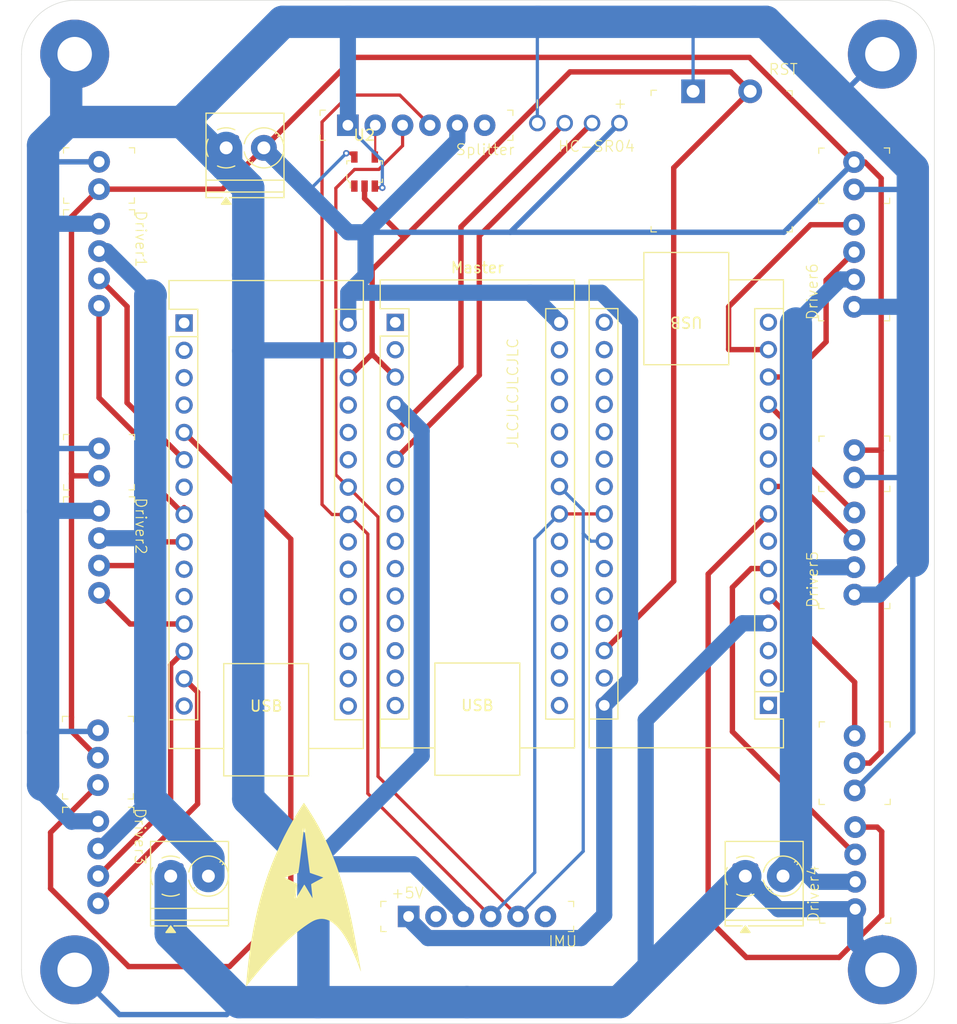
<source format=kicad_pcb>
(kicad_pcb (version 20241229) (generator "pcbnew") (generator_version "9.0")
  (title_block (title "Star Trekker Main Board") (date "2025-04-13") (rev "v1.0") (company "EPFL Xplore"))
  (layers (0 "F.Cu" signal) (2 "B.Cu" signal) (13 "F.Paste" user) (15 "B.Paste" user) (5 "F.SilkS" user "F.Silkscreen") (7 "B.SilkS" user "B.Silkscreen") (1 "F.Mask" user) (3 "B.Mask" user) (25 "Edge.Cuts" user))
  (net 0 "")
  (net 1 "SDA")
  (net 2 "+5V")
  (net 3 "reset")
  (net 4 "GND")
  (net 5 "SCL")
  (net 6 "n1D2")
  (net 7 "n2D2")
  (net 8 "+12V")
  (net 11 "Net-(U2-Y)")
  (net 13 "+12.1V")
  (net 14 "Net-(Slave2-D11)")
  (net 15 "Net-(Slave2-D10)")
  (net 16 "Net-(Slave2-D6)")
  (net 17 "Net-(Slave2-D9)")
  (net 18 "Net-(Slave2-D3)")
  (net 19 "Net-(Slave2-D5)")
  (net 23 "Net-(Master1-D2)")
  (net 24 "Net-(Master1-D3)")
  (net 49 "Net-(Slave1-D3)")
  (net 50 "Net-(Slave1-D5)")
  (net 51 "Net-(Slave1-D6)")
  (net 52 "Net-(Slave1-D9)")
  (net 53 "Net-(Slave1-D11)")
  (net 54 "Net-(Slave1-D10)")
  (footprint "digikey-footprints:my_6pin_2_frown" (layer "F.Cu") (at 148.72 118.345)
    (property "Reference" "J3" (hide yes))
    (property "Value" "BNO-055 Module")
    (pad "1" thru_hole rect (at -6.28 1.2) (size 2 2) (drill 1) (layers "*.Cu" "*.Mask") (net 2 "+5V"))
    (pad "2" thru_hole circle (at -3.74 1.2) (size 2 2) (drill 1) (layers "*.Cu" "*.Mask"))
    (pad "3" thru_hole circle (at -1.2 1.2) (size 2 2) (drill 1) (layers "*.Cu" "*.Mask") (net 4 "GND"))
    (pad "4" thru_hole circle (at 1.34 1.2) (size 2 2) (drill 1) (layers "*.Cu" "*.Mask") (net 1 "SDA"))
    (pad "5" thru_hole circle (at 3.88 1.2) (size 2 2) (drill 1) (layers "*.Cu" "*.Mask") (net 5 "SCL"))
    (pad "6" thru_hole circle (at 6.42 1.2) (size 2 2) (drill 1) (layers "*.Cu" "*.Mask"))
  )
  (footprint "digikey-footprints:PinHeader_1x4_P2.54mm_Drill1.02mm" (layer "F.Cu") (at 183.9 118.87 90)
    (property "Reference" "J15" (hide yes))
    (property "Value" "DRV8871 Driver")
    (pad "1" thru_hole circle (at 0 0 90) (size 2.02 2.02) (drill 1.02) (layers "*.Cu" "*.Mask") (net 4 "GND"))
    (pad "2" thru_hole circle (at 2.54 0 90) (size 2.02 2.02) (drill 1.02) (layers "*.Cu" "*.Mask") (net 8 "+12V"))
    (pad "3" thru_hole circle (at 5.08 0 90) (size 2.02 2.02) (drill 1.02) (layers "*.Cu" "*.Mask") (net 18 "Net-(Slave2-D3)"))
    (pad "4" thru_hole circle (at 7.62 0 90) (size 2.02 2.02) (drill 1.02) (layers "*.Cu" "*.Mask") (net 19 "Net-(Slave2-D5)"))
  )
  (footprint "digikey-footprints:PinHeader_1x2_P2.54mm_Drill1.02mm" (layer "F.Cu") (at 183.82 78.8 90)
    (property "Reference" "J19" (hide yes))
    (property "Value" "22-23-2021")
    (pad "1" thru_hole circle (at 0 0 90) (size 2.02 2.02) (drill 1.02) (layers "*.Cu" "*.Mask") (net 4 "GND"))
    (pad "2" thru_hole circle (at 2.54 0 90) (size 2.02 2.02) (drill 1.02) (layers "*.Cu" "*.Mask") (net 2 "+5V"))
  )
  (footprint "digikey-footprints:PushButton_12x12mm_THT_GPTS203211B" (layer "F.Cu") (at 168.85 42.95)
    (property "Reference" "S2" (hide yes))
    (property "Value" "GPTS203211B")
    (pad "1" thru_hole rect (at 0 0) (size 2.2 2.2) (drill 1.2) (layers "*.Cu" "*.Mask") (net 4 "GND"))
    (pad "2" thru_hole circle (at 5.3 0) (size 2.2 2.2) (drill 1.2) (layers "*.Cu" "*.Mask") (net 3 "reset"))
  )
  (footprint "digikey-footprints:SOT-753" (layer "F.Cu") (at 138.35 50.4)
    (property "Reference" "U2" (at -0.025 -3.375 0) (layer "F.SilkS"))
    (property "Value" "SN74LVC1G04DBVR")
    (pad "1" smd rect (at -0.95 1.35) (size 0.6 1.05) (layers "F.Cu" "F.Mask" "F.Paste"))
    (pad "2" smd rect (at 0 1.35) (size 0.6 1.05) (layers "F.Cu" "F.Mask" "F.Paste") (net 3 "reset"))
    (pad "3" smd rect (at 0.95 1.35) (size 0.6 1.05) (layers "F.Cu" "F.Mask" "F.Paste") (net 4 "GND"))
    (pad "4" smd rect (at 0.95 -1.35) (size 0.6 1.05) (layers "F.Cu" "F.Mask" "F.Paste") (net 11 "Net-(U2-Y)"))
    (pad "5" smd rect (at -0.95 -1.35) (size 0.6 1.05) (layers "F.Cu" "F.Mask" "F.Paste") (net 2 "+5V"))
  )
  (footprint "digikey-footprints:PinHeader_1x2_P2.54mm_Drill1.02mm" (layer "F.Cu") (at 113.7 76.105 -90)
    (property "Reference" "J2" (hide yes))
    (property "Value" "22-23-2021")
    (pad "1" thru_hole circle (at 0 0 270) (size 2.02 2.02) (drill 1.02) (layers "*.Cu" "*.Mask") (net 4 "GND"))
    (pad "2" thru_hole circle (at 2.54 0 270) (size 2.02 2.02) (drill 1.02) (layers "*.Cu" "*.Mask") (net 2 "+5V"))
  )
  (footprint "TerminalBlock_Phoenix:TerminalBlock_Phoenix_PT-1,5-2-3.5-H_1x02_P3.50mm_Horizontal" (layer "F.Cu") (at 173.7 115.8)
    (property "Reference" "J11" (hide yes))
    (property "Value" "12V in")
    (pad "1" thru_hole roundrect (at 0 0) (size 2.4 2.4) (drill 1.2) (layers "*.Cu" "*.Mask") (roundrect_rratio 0.104167) (net 4 "GND"))
    (pad "2" thru_hole circle (at 3.5 0) (size 2.4 2.4) (drill 1.2) (layers "*.Cu" "*.Mask") (net 8 "+12V"))
  )
  (footprint "digikey-footprints:PinHeader_1x4_P2.54mm_Drill1.02mm" (layer "F.Cu") (at 183.82 89.67 90)
    (property "Reference" "J16" (hide yes))
    (property "Value" "DRV8871 Driver")
    (pad "1" thru_hole circle (at 0 0 90) (size 2.02 2.02) (drill 1.02) (layers "*.Cu" "*.Mask") (net 4 "GND"))
    (pad "2" thru_hole circle (at 2.54 0 90) (size 2.02 2.02) (drill 1.02) (layers "*.Cu" "*.Mask") (net 8 "+12V"))
    (pad "3" thru_hole circle (at 5.08 0 90) (size 2.02 2.02) (drill 1.02) (layers "*.Cu" "*.Mask") (net 16 "Net-(Slave2-D6)"))
    (pad "4" thru_hole circle (at 7.62 0 90) (size 2.02 2.02) (drill 1.02) (layers "*.Cu" "*.Mask") (net 17 "Net-(Slave2-D9)"))
  )
  (footprint "digikey-footprints:PinHeader_1x2_P2.54mm_Drill1.02mm" (layer "F.Cu") (at 113.7 49.495 -90)
    (property "Reference" "J10" (hide yes))
    (property "Value" "22-23-2021")
    (pad "1" thru_hole circle (at 0 0 270) (size 2.02 2.02) (drill 1.02) (layers "*.Cu" "*.Mask") (net 4 "GND"))
    (pad "2" thru_hole circle (at 2.54 0 270) (size 2.02 2.02) (drill 1.02) (layers "*.Cu" "*.Mask") (net 2 "+5V"))
  )
  (footprint "digikey-footprints:PinHeader_1x4_P2.54mm_Drill1.02mm" (layer "F.Cu") (at 183.8 62.955 90)
    (property "Reference" "J17" (hide yes))
    (property "Value" "DRV8871 Driver")
    (pad "1" thru_hole circle (at 0 0 90) (size 2.02 2.02) (drill 1.02) (layers "*.Cu" "*.Mask") (net 4 "GND"))
    (pad "2" thru_hole circle (at 2.54 0 90) (size 2.02 2.02) (drill 1.02) (layers "*.Cu" "*.Mask") (net 8 "+12V"))
    (pad "3" thru_hole circle (at 5.08 0 90) (size 2.02 2.02) (drill 1.02) (layers "*.Cu" "*.Mask") (net 15 "Net-(Slave2-D10)"))
    (pad "4" thru_hole circle (at 7.62 0 90) (size 2.02 2.02) (drill 1.02) (layers "*.Cu" "*.Mask") (net 14 "Net-(Slave2-D11)"))
  )
  (footprint "MountingHole:MountingHole_3.2mm_M3_Pad" (layer "F.Cu") (at 186.42325 124.5)
    (property "Reference" "H2" (hide yes))
    (property "Value" "MountingHole_Pad")
    (pad "1" thru_hole circle (at 0 0) (size 6.4 6.4) (drill 3.2) (layers "*.Cu" "*.Mask") (net 4 "GND"))
  )
  (footprint "digikey-footprints:PinHeader_1x4_P2.54mm_Drill1.02mm" (layer "F.Cu") (at 113.62 110.71 -90)
    (property "Reference" "J14" (hide yes))
    (property "Value" "DRV8871 Driver")
    (pad "1" thru_hole circle (at 0 0 270) (size 2.02 2.02) (drill 1.02) (layers "*.Cu" "*.Mask") (net 4 "GND"))
    (pad "2" thru_hole circle (at 2.54 0 270) (size 2.02 2.02) (drill 1.02) (layers "*.Cu" "*.Mask") (net 13 "+12.1V"))
    (pad "3" thru_hole circle (at 5.08 0 270) (size 2.02 2.02) (drill 1.02) (layers "*.Cu" "*.Mask") (net 54 "Net-(Slave1-D10)"))
    (pad "4" thru_hole circle (at 7.62 0 270) (size 2.02 2.02) (drill 1.02) (layers "*.Cu" "*.Mask") (net 53 "Net-(Slave1-D11)"))
  )
  (footprint "digikey-footprints:PinHeader_1x2_P2.54mm_Drill1.02mm" (layer "F.Cu") (at 183.8 52.06 90)
    (property "Reference" "J20" (hide yes))
    (property "Value" "22-23-2021")
    (pad "1" thru_hole circle (at 0 0 90) (size 2.02 2.02) (drill 1.02) (layers "*.Cu" "*.Mask") (net 4 "GND"))
    (pad "2" thru_hole circle (at 2.54 0 90) (size 2.02 2.02) (drill 1.02) (layers "*.Cu" "*.Mask") (net 2 "+5V"))
  )
  (footprint "TerminalBlock_Phoenix:TerminalBlock_Phoenix_PT-1,5-2-3.5-H_1x02_P3.50mm_Horizontal" (layer "F.Cu") (at 120.35 115.8)
    (property "Reference" "J1" (hide yes))
    (property "Value" "12.1V in")
    (pad "1" thru_hole roundrect (at 0 0) (size 2.4 2.4) (drill 1.2) (layers "*.Cu" "*.Mask") (roundrect_rratio 0.104167) (net 4 "GND"))
    (pad "2" thru_hole circle (at 3.5 0) (size 2.4 2.4) (drill 1.2) (layers "*.Cu" "*.Mask") (net 13 "+12.1V"))
  )
  (footprint "Library:star_trekker_logo" (layer "F.Cu") (at 132.65 117.55)
    (property "Reference" "G***" (hide yes))
    (property "Value" "LOGO" (hide yes))
  )
  (footprint "Library:PinHeader_1x3_P2.54mm_Drill1.02mm_1" (layer "F.Cu") (at 183.85 107.85 90)
    (property "Reference" "J22" (hide yes))
    (property "Value" "5pin_2.54mm")
    (pad "1" thru_hole circle (at 0 0 90) (size 2.02 2.02) (drill 1.02) (layers "*.Cu" "*.Mask") (net 4 "GND"))
    (pad "2" thru_hole circle (at 2.54 0 90) (size 2.02 2.02) (drill 1.02) (layers "*.Cu" "*.Mask") (net 2 "+5V"))
    (pad "3" thru_hole circle (at 5.08 0 90) (size 2.02 2.02) (drill 1.02) (layers "*.Cu" "*.Mask") (net 7 "n2D2"))
  )
  (footprint "TerminalBlock_Phoenix:TerminalBlock_Phoenix_PT-1,5-2-3.5-H_1x02_P3.50mm_Horizontal" (layer "F.Cu") (at 125.5 48.2)
    (property "Reference" "J18" (hide yes))
    (property "Value" "5V in")
    (pad "1" thru_hole roundrect (at 0 0) (size 2.4 2.4) (drill 1.2) (layers "*.Cu" "*.Mask") (roundrect_rratio 0.104167) (net 4 "GND"))
    (pad "2" thru_hole circle (at 3.5 0) (size 2.4 2.4) (drill 1.2) (layers "*.Cu" "*.Mask") (net 2 "+5V"))
  )
  (footprint "digikey-footprints:PinHeader_1x4_P2.54mm_Drill1.02mm" (layer "F.Cu") (at 113.7 55.245 -90)
    (property "Reference" "J12" (hide yes))
    (property "Value" "DRV8871 Driver")
    (pad "1" thru_hole circle (at 0 0 270) (size 2.02 2.02) (drill 1.02) (layers "*.Cu" "*.Mask") (net 4 "GND"))
    (pad "2" thru_hole circle (at 2.54 0 270) (size 2.02 2.02) (drill 1.02) (layers "*.Cu" "*.Mask") (net 13 "+12.1V"))
    (pad "3" thru_hole circle (at 5.08 0 270) (size 2.02 2.02) (drill 1.02) (layers "*.Cu" "*.Mask") (net 49 "Net-(Slave1-D3)"))
    (pad "4" thru_hole circle (at 7.62 0 270) (size 2.02 2.02) (drill 1.02) (layers "*.Cu" "*.Mask") (net 50 "Net-(Slave1-D5)"))
  )
  (footprint "Library:HC_SR-04_only_pins" (layer "F.Cu") (at 158.2 45.9 180)
    (property "Reference" "U1" (hide yes))
    (property "Value" "HC-SR04" (hide yes))
    (pad "1" thru_hole circle (at -3.81 0 180) (size 1.53 1.53) (drill 1.02) (layers "*.Cu" "*.Mask") (net 2 "+5V"))
    (pad "2" thru_hole circle (at -1.27 0 180) (size 1.53 1.53) (drill 1.02) (layers "*.Cu" "*.Mask") (net 24 "Net-(Master1-D3)"))
    (pad "3" thru_hole circle (at 1.27 0 180) (size 1.53 1.53) (drill 1.02) (layers "*.Cu" "*.Mask") (net 23 "Net-(Master1-D2)"))
    (pad "4" thru_hole circle (at 3.81 0 180) (size 1.53 1.53) (drill 1.02) (layers "*.Cu" "*.Mask") (net 4 "GND"))
  )
  (footprint "digikey-footprints:my_6pin_2_frown" (layer "F.Cu") (at 143.08 44.9)
    (property "Reference" "J5" (hide yes))
    (property "Value" "PWM splitter")
    (pad "1" thru_hole rect (at -6.28 1.2) (size 2 2) (drill 1) (layers "*.Cu" "*.Mask") (net 4 "GND"))
    (pad "2" thru_hole circle (at -3.74 1.2) (size 2 2) (drill 1) (layers "*.Cu" "*.Mask") (net 11 "Net-(U2-Y)"))
    (pad "3" thru_hole circle (at -1.2 1.2) (size 2 2) (drill 1) (layers "*.Cu" "*.Mask") (net 5 "SCL"))
    (pad "4" thru_hole circle (at 1.34 1.2) (size 2 2) (drill 1) (layers "*.Cu" "*.Mask") (net 1 "SDA"))
    (pad "5" thru_hole circle (at 3.88 1.2) (size 2 2) (drill 1) (layers "*.Cu" "*.Mask") (net 2 "+5V"))
    (pad "6" thru_hole circle (at 6.42 1.2) (size 2 2) (drill 1) (layers "*.Cu" "*.Mask"))
  )
  (footprint "MountingHole:MountingHole_3.2mm_M3_Pad" (layer "F.Cu") (at 111.43675 124.5)
    (property "Reference" "H1" (hide yes))
    (property "Value" "MountingHole_Pad")
    (pad "1" thru_hole circle (at 0 0) (size 6.4 6.4) (drill 3.2) (layers "*.Cu" "*.Mask") (net 4 "GND"))
  )
  (footprint "Module:Arduino_Nano" (layer "F.Cu") (at 175.84 99.95 180)
    (property "Reference" "Slave2" (hide yes))
    (property "Value" "Arduino_Nano_v3.x")
    (fp_text user "USB" (at 7.62 35.56 180) (layer "F.SilkS"))
    (pad "1" thru_hole rect (at 0 0 180) (size 1.6 1.6) (drill 1) (layers "*.Cu" "*.Mask"))
    (pad "2" thru_hole oval (at 0 2.54 180) (size 1.6 1.6) (drill 1) (layers "*.Cu" "*.Mask"))
    (pad "3" thru_hole oval (at 0 5.08 180) (size 1.6 1.6) (drill 1) (layers "*.Cu" "*.Mask"))
    (pad "4" thru_hole oval (at 0 7.62 180) (size 1.6 1.6) (drill 1) (layers "*.Cu" "*.Mask") (net 4 "GND"))
    (pad "5" thru_hole oval (at 0 10.16 180) (size 1.6 1.6) (drill 1) (layers "*.Cu" "*.Mask") (net 7 "n2D2"))
    (pad "6" thru_hole oval (at 0 12.7 180) (size 1.6 1.6) (drill 1) (layers "*.Cu" "*.Mask") (net 18 "Net-(Slave2-D3)"))
    (pad "7" thru_hole oval (at 0 15.24 180) (size 1.6 1.6) (drill 1) (layers "*.Cu" "*.Mask"))
    (pad "8" thru_hole oval (at 0 17.78 180) (size 1.6 1.6) (drill 1) (layers "*.Cu" "*.Mask") (net 19 "Net-(Slave2-D5)"))
    (pad "9" thru_hole oval (at 0 20.32 180) (size 1.6 1.6) (drill 1) (layers "*.Cu" "*.Mask") (net 16 "Net-(Slave2-D6)"))
    (pad "10" thru_hole oval (at 0 22.86 180) (size 1.6 1.6) (drill 1) (layers "*.Cu" "*.Mask"))
    (pad "11" thru_hole oval (at 0 25.4 180) (size 1.6 1.6) (drill 1) (layers "*.Cu" "*.Mask"))
    (pad "12" thru_hole oval (at 0 27.94 180) (size 1.6 1.6) (drill 1) (layers "*.Cu" "*.Mask") (net 17 "Net-(Slave2-D9)"))
    (pad "13" thru_hole oval (at 0 30.48 180) (size 1.6 1.6) (drill 1) (layers "*.Cu" "*.Mask") (net 15 "Net-(Slave2-D10)"))
    (pad "14" thru_hole oval (at 0 33.02 180) (size 1.6 1.6) (drill 1) (layers "*.Cu" "*.Mask") (net 14 "Net-(Slave2-D11)"))
    (pad "15" thru_hole oval (at 0 35.56 180) (size 1.6 1.6) (drill 1) (layers "*.Cu" "*.Mask"))
    (pad "16" thru_hole oval (at 15.24 35.56 180) (size 1.6 1.6) (drill 1) (layers "*.Cu" "*.Mask"))
    (pad "17" thru_hole oval (at 15.24 33.02 180) (size 1.6 1.6) (drill 1) (layers "*.Cu" "*.Mask"))
    (pad "18" thru_hole oval (at 15.24 30.48 180) (size 1.6 1.6) (drill 1) (layers "*.Cu" "*.Mask"))
    (pad "19" thru_hole oval (at 15.24 27.94 180) (size 1.6 1.6) (drill 1) (layers "*.Cu" "*.Mask"))
    (pad "20" thru_hole oval (at 15.24 25.4 180) (size 1.6 1.6) (drill 1) (layers "*.Cu" "*.Mask"))
    (pad "21" thru_hole oval (at 15.24 22.86 180) (size 1.6 1.6) (drill 1) (layers "*.Cu" "*.Mask"))
    (pad "22" thru_hole oval (at 15.24 20.32 180) (size 1.6 1.6) (drill 1) (layers "*.Cu" "*.Mask"))
    (pad "23" thru_hole oval (at 15.24 17.78 180) (size 1.6 1.6) (drill 1) (layers "*.Cu" "*.Mask") (net 1 "SDA"))
    (pad "24" thru_hole oval (at 15.24 15.24 180) (size 1.6 1.6) (drill 1) (layers "*.Cu" "*.Mask") (net 5 "SCL"))
    (pad "25" thru_hole oval (at 15.24 12.7 180) (size 1.6 1.6) (drill 1) (layers "*.Cu" "*.Mask"))
    (pad "26" thru_hole oval (at 15.24 10.16 180) (size 1.6 1.6) (drill 1) (layers "*.Cu" "*.Mask"))
    (pad "27" thru_hole oval (at 15.24 7.62 180) (size 1.6 1.6) (drill 1) (layers "*.Cu" "*.Mask"))
    (pad "28" thru_hole oval (at 15.24 5.08 180) (size 1.6 1.6) (drill 1) (layers "*.Cu" "*.Mask") (net 3 "reset"))
    (pad "29" thru_hole oval (at 15.24 2.54 180) (size 1.6 1.6) (drill 1) (layers "*.Cu" "*.Mask"))
    (pad "30" thru_hole oval (at 15.24 0 180) (size 1.6 1.6) (drill 1) (layers "*.Cu" "*.Mask") (net 2 "+5V"))
  )
  (footprint "MountingHole:MountingHole_3.2mm_M3_Pad" (layer "F.Cu") (at 186.42325 39.5)
    (property "Reference" "H4" (hide yes))
    (property "Value" "MountingHole_Pad")
    (pad "1" thru_hole circle (at 0 0) (size 6.4 6.4) (drill 3.2) (layers "*.Cu" "*.Mask") (net 4 "GND"))
  )
  (footprint "Module:Arduino_Nano" (layer "F.Cu") (at 141.2 64.4)
    (property "Reference" "Master" (at 7.62 -5.08 0) (layer "F.SilkS"))
    (property "Value" "Arduino_Nano_v3.x")
    (fp_text user "USB" (at 7.62 35.56 0) (layer "F.SilkS"))
    (pad "1" thru_hole rect (at 0 0) (size 1.6 1.6) (drill 1) (layers "*.Cu" "*.Mask"))
    (pad "2" thru_hole oval (at 0 2.54) (size 1.6 1.6) (drill 1) (layers "*.Cu" "*.Mask"))
    (pad "3" thru_hole oval (at 0 5.08) (size 1.6 1.6) (drill 1) (layers "*.Cu" "*.Mask") (net 3 "reset"))
    (pad "4" thru_hole oval (at 0 7.62) (size 1.6 1.6) (drill 1) (layers "*.Cu" "*.Mask") (net 4 "GND"))
    (pad "5" thru_hole oval (at 0 10.16) (size 1.6 1.6) (drill 1) (layers "*.Cu" "*.Mask") (net 23 "Net-(Master1-D2)"))
    (pad "6" thru_hole oval (at 0 12.7) (size 1.6 1.6) (drill 1) (layers "*.Cu" "*.Mask") (net 24 "Net-(Master1-D3)"))
    (pad "7" thru_hole oval (at 0 15.24) (size 1.6 1.6) (drill 1) (layers "*.Cu" "*.Mask"))
    (pad "8" thru_hole oval (at 0 17.78) (size 1.6 1.6) (drill 1) (layers "*.Cu" "*.Mask"))
    (pad "9" thru_hole oval (at 0 20.32) (size 1.6 1.6) (drill 1) (layers "*.Cu" "*.Mask"))
    (pad "10" thru_hole oval (at 0 22.86) (size 1.6 1.6) (drill 1) (layers "*.Cu" "*.Mask"))
    (pad "11" thru_hole oval (at 0 25.4) (size 1.6 1.6) (drill 1) (layers "*.Cu" "*.Mask"))
    (pad "12" thru_hole oval (at 0 27.94) (size 1.6 1.6) (drill 1) (layers "*.Cu" "*.Mask"))
    (pad "13" thru_hole oval (at 0 30.48) (size 1.6 1.6) (drill 1) (layers "*.Cu" "*.Mask"))
    (pad "14" thru_hole oval (at 0 33.02) (size 1.6 1.6) (drill 1) (layers "*.Cu" "*.Mask"))
    (pad "15" thru_hole oval (at 0 35.56) (size 1.6 1.6) (drill 1) (layers "*.Cu" "*.Mask"))
    (pad "16" thru_hole oval (at 15.24 35.56) (size 1.6 1.6) (drill 1) (layers "*.Cu" "*.Mask"))
    (pad "17" thru_hole oval (at 15.24 33.02) (size 1.6 1.6) (drill 1) (layers "*.Cu" "*.Mask"))
    (pad "18" thru_hole oval (at 15.24 30.48) (size 1.6 1.6) (drill 1) (layers "*.Cu" "*.Mask"))
    (pad "19" thru_hole oval (at 15.24 27.94) (size 1.6 1.6) (drill 1) (layers "*.Cu" "*.Mask"))
    (pad "20" thru_hole oval (at 15.24 25.4) (size 1.6 1.6) (drill 1) (layers "*.Cu" "*.Mask"))
    (pad "21" thru_hole oval (at 15.24 22.86) (size 1.6 1.6) (drill 1) (layers "*.Cu" "*.Mask"))
    (pad "22" thru_hole oval (at 15.24 20.32) (size 1.6 1.6) (drill 1) (layers "*.Cu" "*.Mask"))
    (pad "23" thru_hole oval (at 15.24 17.78) (size 1.6 1.6) (drill 1) (layers "*.Cu" "*.Mask") (net 1 "SDA"))
    (pad "24" thru_hole oval (at 15.24 15.24) (size 1.6 1.6) (drill 1) (layers "*.Cu" "*.Mask") (net 5 "SCL"))
    (pad "25" thru_hole oval (at 15.24 12.7) (size 1.6 1.6) (drill 1) (layers "*.Cu" "*.Mask"))
    (pad "26" thru_hole oval (at 15.24 10.16) (size 1.6 1.6) (drill 1) (layers "*.Cu" "*.Mask"))
    (pad "27" thru_hole oval (at 15.24 7.62) (size 1.6 1.6) (drill 1) (layers "*.Cu" "*.Mask"))
    (pad "28" thru_hole oval (at 15.24 5.08) (size 1.6 1.6) (drill 1) (layers "*.Cu" "*.Mask"))
    (pad "29" thru_hole oval (at 15.24 2.54) (size 1.6 1.6) (drill 1) (layers "*.Cu" "*.Mask"))
    (pad "30" thru_hole oval (at 15.24 0) (size 1.6 1.6) (drill 1) (layers "*.Cu" "*.Mask") (net 2 "+5V"))
  )
  (footprint "Module:Arduino_Nano" (layer "F.Cu") (at 121.595 64.455)
    (property "Reference" "Slave1" (hide yes))
    (property "Value" "Arduino_Nano_v3.x")
    (fp_text user "USB" (at 7.62 35.56 0) (layer "F.SilkS"))
    (pad "1" thru_hole rect (at 0 0) (size 1.6 1.6) (drill 1) (layers "*.Cu" "*.Mask"))
    (pad "2" thru_hole oval (at 0 2.54) (size 1.6 1.6) (drill 1) (layers "*.Cu" "*.Mask"))
    (pad "3" thru_hole oval (at 0 5.08) (size 1.6 1.6) (drill 1) (layers "*.Cu" "*.Mask"))
    (pad "4" thru_hole oval (at 0 7.62) (size 1.6 1.6) (drill 1) (layers "*.Cu" "*.Mask"))
    (pad "5" thru_hole oval (at 0 10.16) (size 1.6 1.6) (drill 1) (layers "*.Cu" "*.Mask") (net 6 "n1D2"))
    (pad "6" thru_hole oval (at 0 12.7) (size 1.6 1.6) (drill 1) (layers "*.Cu" "*.Mask") (net 49 "Net-(Slave1-D3)"))
    (pad "7" thru_hole oval (at 0 15.24) (size 1.6 1.6) (drill 1) (layers "*.Cu" "*.Mask"))
    (pad "8" thru_hole oval (at 0 17.78) (size 1.6 1.6) (drill 1) (layers "*.Cu" "*.Mask") (net 50 "Net-(Slave1-D5)"))
    (pad "9" thru_hole oval (at 0 20.32) (size 1.6 1.6) (drill 1) (layers "*.Cu" "*.Mask") (net 51 "Net-(Slave1-D6)"))
    (pad "10" thru_hole oval (at 0 22.86) (size 1.6 1.6) (drill 1) (layers "*.Cu" "*.Mask"))
    (pad "11" thru_hole oval (at 0 25.4) (size 1.6 1.6) (drill 1) (layers "*.Cu" "*.Mask"))
    (pad "12" thru_hole oval (at 0 27.94) (size 1.6 1.6) (drill 1) (layers "*.Cu" "*.Mask") (net 52 "Net-(Slave1-D9)"))
    (pad "13" thru_hole oval (at 0 30.48) (size 1.6 1.6) (drill 1) (layers "*.Cu" "*.Mask") (net 54 "Net-(Slave1-D10)"))
    (pad "14" thru_hole oval (at 0 33.02) (size 1.6 1.6) (drill 1) (layers "*.Cu" "*.Mask") (net 53 "Net-(Slave1-D11)"))
    (pad "15" thru_hole oval (at 0 35.56) (size 1.6 1.6) (drill 1) (layers "*.Cu" "*.Mask"))
    (pad "16" thru_hole oval (at 15.24 35.56) (size 1.6 1.6) (drill 1) (layers "*.Cu" "*.Mask"))
    (pad "17" thru_hole oval (at 15.24 33.02) (size 1.6 1.6) (drill 1) (layers "*.Cu" "*.Mask"))
    (pad "18" thru_hole oval (at 15.24 30.48) (size 1.6 1.6) (drill 1) (layers "*.Cu" "*.Mask"))
    (pad "19" thru_hole oval (at 15.24 27.94) (size 1.6 1.6) (drill 1) (layers "*.Cu" "*.Mask"))
    (pad "20" thru_hole oval (at 15.24 25.4) (size 1.6 1.6) (drill 1) (layers "*.Cu" "*.Mask"))
    (pad "21" thru_hole oval (at 15.24 22.86) (size 1.6 1.6) (drill 1) (layers "*.Cu" "*.Mask"))
    (pad "22" thru_hole oval (at 15.24 20.32) (size 1.6 1.6) (drill 1) (layers "*.Cu" "*.Mask"))
    (pad "23" thru_hole oval (at 15.24 17.78) (size 1.6 1.6) (drill 1) (layers "*.Cu" "*.Mask") (net 1 "SDA"))
    (pad "24" thru_hole oval (at 15.24 15.24) (size 1.6 1.6) (drill 1) (layers "*.Cu" "*.Mask") (net 5 "SCL"))
    (pad "25" thru_hole oval (at 15.24 12.7) (size 1.6 1.6) (drill 1) (layers "*.Cu" "*.Mask"))
    (pad "26" thru_hole oval (at 15.24 10.16) (size 1.6 1.6) (drill 1) (layers "*.Cu" "*.Mask"))
    (pad "27" thru_hole oval (at 15.24 7.62) (size 1.6 1.6) (drill 1) (layers "*.Cu" "*.Mask"))
    (pad "28" thru_hole oval (at 15.24 5.08) (size 1.6 1.6) (drill 1) (layers "*.Cu" "*.Mask") (net 3 "reset"))
    (pad "29" thru_hole oval (at 15.24 2.54) (size 1.6 1.6) (drill 1) (layers "*.Cu" "*.Mask") (net 4 "GND"))
    (pad "30" thru_hole oval (at 15.24 0) (size 1.6 1.6) (drill 1) (layers "*.Cu" "*.Mask") (net 2 "+5V"))
  )
  (footprint "digikey-footprints:PinHeader_1x4_P2.54mm_Drill1.02mm" (layer "F.Cu") (at 113.7 81.895 -90)
    (property "Reference" "J13" (hide yes))
    (property "Value" "DRV8871 Driver")
    (pad "1" thru_hole circle (at 0 0 270) (size 2.02 2.02) (drill 1.02) (layers "*.Cu" "*.Mask") (net 4 "GND"))
    (pad "2" thru_hole circle (at 2.54 0 270) (size 2.02 2.02) (drill 1.02) (layers "*.Cu" "*.Mask") (net 13 "+12.1V"))
    (pad "3" thru_hole circle (at 5.08 0 270) (size 2.02 2.02) (drill 1.02) (layers "*.Cu" "*.Mask") (net 51 "Net-(Slave1-D6)"))
    (pad "4" thru_hole circle (at 7.62 0 270) (size 2.02 2.02) (drill 1.02) (layers "*.Cu" "*.Mask") (net 52 "Net-(Slave1-D9)"))
  )
  (footprint "Library:PinHeader_1x3_P2.54mm_Drill1.02mm_1" (layer "F.Cu") (at 113.6 102.27 -90)
    (property "Reference" "J21" (hide yes))
    (property "Value" "5pin_2.54mm")
    (pad "1" thru_hole circle (at 0 0 270) (size 2.02 2.02) (drill 1.02) (layers "*.Cu" "*.Mask") (net 4 "GND"))
    (pad "2" thru_hole circle (at 2.54 0 270) (size 2.02 2.02) (drill 1.02) (layers "*.Cu" "*.Mask") (net 2 "+5V"))
    (pad "3" thru_hole circle (at 5.08 0 270) (size 2.02 2.02) (drill 1.02) (layers "*.Cu" "*.Mask") (net 6 "n1D2"))
  )
  (footprint "MountingHole:MountingHole_3.2mm_M3_Pad" (layer "F.Cu") (at 111.43675 39.5)
    (property "Reference" "H3" (hide yes))
    (property "Value" "MountingHole_Pad")
    (pad "1" thru_hole circle (at 0 0) (size 6.4 6.4) (drill 3.2) (layers "*.Cu" "*.Mask") (net 4 "GND"))
  )
  (gr_arc (start 106.5 39.5) (mid 107.964466 35.964466) (end 111.5 34.5) (stroke (width 0.05)) (layer "Edge.Cuts"))
  (gr_line (start 111.5 34.5) (end 186.5 34.5) (stroke (width 0.05)) (layer "Edge.Cuts"))
  (gr_arc (start 111.5 129.5) (mid 107.964466 128.035534) (end 106.5 124.5) (stroke (width 0.05)) (layer "Edge.Cuts"))
  (gr_arc (start 186.5 34.5) (mid 189.858757 35.891243) (end 191.25 39.25) (stroke (width 0.05)) (layer "Edge.Cuts"))
  (gr_line (start 106.5 39.5) (end 106.5 124.5) (stroke (width 0.05)) (layer "Edge.Cuts"))
  (gr_line (start 186.5 129.5) (end 111.5 129.5) (stroke (width 0.05)) (layer "Edge.Cuts"))
  (gr_arc (start 191.25 124.75) (mid 189.858757 128.108757) (end 186.5 129.5) (stroke (width 0.05)) (layer "Edge.Cuts"))
  (gr_line (start 191.25 39.25) (end 191.25 124.75) (stroke (width 0.05)) (layer "Edge.Cuts"))
  (gr_text "JLCJLCJLCJLC" (at 152.7 76.2 90) (layer "F.SilkS") (effects (font (size 1 1) (thickness 0.1)) (justify left bottom)))
  (gr_text "HC-SR04" (at 156.25 48.65 0) (layer "F.SilkS") (effects (font (size 1 1) (thickness 0.1)) (justify left bottom)))
  (gr_text "Driver3" (at 116.92 109.41 270) (layer "F.SilkS") (effects (font (size 1 1) (thickness 0.1)) (justify left bottom)))
  (gr_text "RST" (at 175.8 41.5 0) (layer "F.SilkS") (effects (font (size 1 1) (thickness 0.1)) (justify left bottom)))
  (gr_text "Driver6" (at 180.5 64.255 90) (layer "F.SilkS") (effects (font (size 1 1) (thickness 0.1)) (justify left bottom)))
  (gr_text "+" (at 161.4 44.65 0) (layer "F.SilkS") (effects (font (size 1 1) (thickness 0.1)) (justify left bottom)))
  (gr_text "Driver2" (at 117 80.595 270) (layer "F.SilkS") (effects (font (size 1 1) (thickness 0.1)) (justify left bottom)))
  (gr_text "Splitter" (at 146.75 48.95 0) (layer "F.SilkS") (effects (font (size 1 1) (thickness 0.1)) (justify left bottom)))
  (gr_text "Driver1" (at 117 53.945 270) (layer "F.SilkS") (effects (font (size 1 1) (thickness 0.1)) (justify left bottom)))
  (gr_text "+5V" (at 140.75 117.95 0) (layer "F.SilkS") (effects (font (size 1 1) (thickness 0.1)) (justify left bottom)))
  (gr_text "-" (at 154.9 44.8 90) (layer "F.SilkS") (effects (font (size 1 1) (thickness 0.1)) (justify left bottom)))
  (gr_text "Driver5" (at 180.52 90.97 90) (layer "F.SilkS") (effects (font (size 1 1) (thickness 0.1)) (justify left bottom)))
  (gr_text "IMU" (at 155.35 122.45 0) (layer "F.SilkS") (effects (font (size 1 1) (thickness 0.1)) (justify left bottom)))
  (gr_text "Driver4" (at 180.6 120.17 90) (layer "F.SilkS") (effects (font (size 1 1) (thickness 0.1)) (justify left bottom)))
  (segment (start 156.44 82.18) (end 160.59 82.18) (width 0.3) (layer "F.Cu") (net 1))
  (segment (start 136.898 43.3) (end 141.62 43.3) (width 0.3) (layer "F.Cu") (net 1))
  (segment (start 141.62 43.3) (end 144.42 46.1) (width 0.3) (layer "F.Cu") (net 1))
  (segment (start 134.4 45.798) (end 136.898 43.3) (width 0.3) (layer "F.Cu") (net 1))
  (segment (start 136.835 82.235) (end 135.335 82.235) (width 0.3) (layer "F.Cu") (net 1))
  (segment (start 135.335 82.235) (end 134.4 81.3) (width 0.3) (layer "F.Cu") (net 1))
  (segment (start 150.06 119.545) (end 138.65 108.135) (width 0.3) (layer "F.Cu") (net 1))
  (segment (start 134.4 81.3) (end 134.4 45.798) (width 0.3) (layer "F.Cu") (net 1))
  (segment (start 138.65 108.135) (end 138.65 84.05) (width 0.3) (layer "F.Cu") (net 1))
  (segment (start 156.45 82.17) (end 156.44 82.18) (width 1.5) (layer "F.Cu") (net 1))
  (segment (start 138.65 84.05) (end 136.835 82.235) (width 0.3) (layer "F.Cu") (net 1))
  (segment (start 160.59 82.18) (end 160.6 82.17) (width 0.3) (layer "F.Cu") (net 1))
  (segment (start 150.06 119.545) (end 154.15 115.455) (width 0.3) (layer "B.Cu") (net 1))
  (segment (start 154.15 84.47) (end 156.44 82.18) (width 0.3) (layer "B.Cu") (net 1))
  (segment (start 154.15 115.455) (end 154.15 84.47) (width 0.3) (layer "B.Cu") (net 1))
  (segment (start 111.334 78.645) (end 111.139 78.45) (width 0.5) (layer "F.Cu") (net 2))
  (segment (start 136.65 48.7) (end 137.05 48.7) (width 0.3) (layer "F.Cu") (net 2))
  (segment (start 183.85 105.31) (end 185.24 105.31) (width 0.5) (layer "F.Cu") (net 2))
  (segment (start 186.311 104.239) (end 186.311 76.3) (width 0.5) (layer "F.Cu") (net 2))
  (segment (start 185.24 105.31) (end 186.311 104.239) (width 0.5) (layer "F.Cu") (net 2))
  (segment (start 111.139 102.349) (end 111.139 101.05) (width 0.5) (layer "F.Cu") (net 2))
  (segment (start 113.6 104.81) (end 111.139 102.349) (width 0.5) (layer "F.Cu") (net 2))
  (segment (start 137.05 48.7) (end 137.4 49.05) (width 0.3) (layer "F.Cu") (net 2))
  (segment (start 137.4 39.8) (end 174.08 39.8) (width 0.5) (layer "F.Cu") (net 2))
  (segment (start 184.8 49.52) (end 186.311 51.031) (width 0.5) (layer "F.Cu") (net 2))
  (segment (start 129 48.2) (end 137.4 39.8) (width 0.5) (layer "F.Cu") (net 2))
  (segment (start 183.8 49.52) (end 184.8 49.52) (width 0.5) (layer "F.Cu") (net 2))
  (segment (start 183.82 76.26) (end 186.271 76.26) (width 0.5) (layer "F.Cu") (net 2))
  (segment (start 113.7 78.645) (end 111.334 78.645) (width 0.5) (layer "F.Cu") (net 2))
  (segment (start 111.139 78.45) (end 111.139 54.596) (width 0.5) (layer "F.Cu") (net 2))
  (segment (start 125.165 52.035) (end 129 48.2) (width 0.5) (layer "F.Cu") (net 2))
  (segment (start 174.08 39.8) (end 183.8 49.52) (width 0.5) (layer "F.Cu") (net 2))
  (segment (start 113.7 52.035) (end 125.165 52.035) (width 0.5) (layer "F.Cu") (net 2))
  (segment (start 111.139 101.05) (end 111.139 78.45) (width 0.5) (layer "F.Cu") (net 2))
  (segment (start 186.311 51.031) (end 186.311 76.3) (width 0.5) (layer "F.Cu") (net 2))
  (segment (start 111.139 54.596) (end 113.7 52.035) (width 0.5) (layer "F.Cu") (net 2))
  (segment (start 186.271 76.26) (end 186.311 76.3) (width 0.5) (layer "F.Cu") (net 2))
  (via (at 136.65 48.7) (size 0.6) (drill 0.3) (layers "F.Cu" "B.Cu") (net 2))
  (segment (start 151.875 56.035) (end 177.285 56.035) (width 0.5) (layer "B.Cu") (net 2))
  (segment (start 146.96 46.1) (end 146.96 47.514213) (width 1.5) (layer "B.Cu") (net 2))
  (segment (start 144.225869 121.55) (end 142.44 119.764131) (width 1.5) (layer "B.Cu") (net 2))
  (segment (start 160.6 99.95) (end 160.6 119.4) (width 1.5) (layer "B.Cu") (net 2))
  (segment (start 136.835 61.65) (end 153.69 61.65) (width 1.5) (layer "B.Cu") (net 2))
  (segment (start 138.439213 60.045787) (end 136.835 61.65) (width 1.5) (layer "B.Cu") (net 2))
  (segment (start 138.439213 56.035) (end 138.439213 60.045787) (width 1.5) (layer "B.Cu") (net 2))
  (segment (start 136.65 48.7) (end 133.1 52.25) (width 0.3) (layer "B.Cu") (net 2))
  (segment (start 160.6 119.4) (end 158.45 121.55) (width 1.5) (layer "B.Cu") (net 2))
  (segment (start 146.96 47.514213) (end 138.439213 56.035) (width 1.5) (layer "B.Cu") (net 2))
  (segment (start 163 64.313712) (end 163 97.55) (width 1.5) (layer "B.Cu") (net 2))
  (segment (start 153.69 61.65) (end 160.336288 61.65) (width 1.5) (layer "B.Cu") (net 2))
  (segment (start 151.875 56.035) (end 138.439213 56.035) (width 0.5) (layer "B.Cu") (net 2))
  (segment (start 136.835 61.65) (end 136.835 64.455) (width 1.5) (layer "B.Cu") (net 2))
  (segment (start 163 97.55) (end 160.6 99.95) (width 1.5) (layer "B.Cu") (net 2))
  (segment (start 138.439213 56.035) (end 136.835 56.035) (width 1.5) (layer "B.Cu") (net 2))
  (segment (start 160.336288 61.65) (end 163 64.313712) (width 1.5) (layer "B.Cu") (net 2))
  (segment (start 162.01 45.9) (end 151.875 56.035) (width 0.5) (layer "B.Cu") (net 2))
  (segment (start 153.69 61.65) (end 156.44 64.4) (width 1.5) (layer "B.Cu") (net 2))
  (segment (start 136.835 56.035) (end 129 48.2) (width 1.5) (layer "B.Cu") (net 2))
  (segment (start 133.1 52.25) (end 133.1 52.3) (width 0.3) (layer "B.Cu") (net 2))
  (segment (start 142.44 119.764131) (end 142.44 119.545) (width 1.5) (layer "B.Cu") (net 2))
  (segment (start 158.45 121.55) (end 144.225869 121.55) (width 1.5) (layer "B.Cu") (net 2))
  (segment (start 177.285 56.035) (end 183.8 49.52) (width 0.5) (layer "B.Cu") (net 2))
  (segment (start 167.05 50.05) (end 167.05 88.42) (width 0.5) (layer "F.Cu") (net 3))
  (segment (start 157.420316 41.15) (end 172.35 41.15) (width 0.5) (layer "F.Cu") (net 3))
  (segment (start 139.05 67.47) (end 138.9 67.47) (width 0.5) (layer "F.Cu") (net 3))
  (segment (start 138.35 51.75) (end 138.35 52.9) (width 0.5) (layer "F.Cu") (net 3))
  (segment (start 139.19 67.47) (end 139.05 67.47) (width 0.5) (layer "F.Cu") (net 3))
  (segment (start 139.05 67.47) (end 139.05 59.520316) (width 0.5) (layer "F.Cu") (net 3))
  (segment (start 138.35 52.9) (end 142.010158 56.560158) (width 0.5) (layer "F.Cu") (net 3))
  (segment (start 136.835 69.535) (end 138.9 67.47) (width 0.5) (layer "F.Cu") (net 3))
  (segment (start 167.05 88.42) (end 160.6 94.87) (width 0.5) (layer "F.Cu") (net 3))
  (segment (start 172.35 41.15) (end 174.15 42.95) (width 0.5) (layer "F.Cu") (net 3))
  (segment (start 139.05 59.520316) (end 142.010158 56.560158) (width 0.5) (layer "F.Cu") (net 3))
  (segment (start 142.010158 56.560158) (end 157.420316 41.15) (width 0.5) (layer "F.Cu") (net 3))
  (segment (start 141.2 69.48) (end 139.19 67.47) (width 0.5) (layer "F.Cu") (net 3))
  (segment (start 174.15 42.95) (end 167.05 50.05) (width 0.5) (layer "F.Cu") (net 3))
  (segment (start 140 51.9) (end 139.45 51.9) (width 0.3) (layer "F.Cu") (net 4))
  (segment (start 139.45 51.9) (end 139.3 51.75) (width 0.3) (layer "F.Cu") (net 4))
  (via (at 140 51.9) (size 0.6) (drill 0.3) (layers "F.Cu" "B.Cu") (net 4))
  (segment (start 134 127.499) (end 147.85 127.499) (width 3) (layer "B.Cu") (net 4))
  (segment (start 176.77 118.87) (end 173.7 115.8) (width 1.5) (layer "B.Cu") (net 4))
  (segment (start 182.62325 43.3) (end 182.4 43.3) (width 0.5) (layer "B.Cu") (net 4))
  (segment (start 110.65 45.8) (end 108.501 47.949) (width 3) (layer "B.Cu") (net 4))
  (segment (start 111.19 110.71) (end 111.15 110.75) (width 1.5) (layer "B.Cu") (net 4))
  (segment (start 108.501 102.45) (end 108.501 107.349) (width 3) (layer "B.Cu") (net 4))
  (segment (start 108.501 81.95) (end 108.501 102.45) (width 3) (layer "B.Cu") (net 4))
  (segment (start 127.55 108.65) (end 133.6 114.7) (width 3) (layer "B.Cu") (net 4))
  (segment (start 154.39 45.9) (end 154.39 36.561) (width 0.3) (layer "B.Cu") (net 4))
  (segment (start 136.8 46.1) (end 136.8 36.551) (width 1.5) (layer "B.Cu") (net 4))
  (segment (start 183.8 62.955) (end 189.154 62.955) (width 1.5) (layer "B.Cu") (net 4))
  (segment (start 147.52 119.545) (end 147.52 119.325869) (width 1.5) (layer "B.Cu") (net 4))
  (segment (start 136.749 46.049) (end 136.8 46.1) (width 1.5) (layer "B.Cu") (net 4))
  (segment (start 134 127.499) (end 126.699 127.499) (width 3) (layer "B.Cu") (net 4))
  (segment (start 168.85 36.551) (end 168.9 36.501) (width 0.3) (layer "B.Cu") (net 4))
  (segment (start 186.128 89.67) (end 189.249 86.549) (width 1.5) (layer "B.Cu") (net 4))
  (segment (start 115.58675 128.65) (end 125.548 128.65) (width 0.5) (layer "B.Cu") (net 4))
  (segment (start 110.65 40.28675) (end 111.43675 39.5) (width 3) (layer "B.Cu") (net 4))
  (segment (start 143.65 104.65) (end 133.6 114.7) (width 1.5) (layer "B.Cu") (net 4))
  (segment (start 183.82 89.67) (end 186.128 89.67) (width 1.5) (layer "B.Cu") (net 4))
  (segment (start 186.42325 39.5) (end 182.62325 43.3) (width 0.5) (layer "B.Cu") (net 4))
  (segment (start 154.45 36.501) (end 168.9 36.501) (width 3) (layer "B.Cu") (net 4))
  (segment (start 136.8 46.2) (end 136.8 46.1) (width 0.3) (layer "B.Cu") (net 4))
  (segment (start 164.45 124.5) (end 164.725 124.775) (width 1.5) (layer "B.Cu") (net 4))
  (segment (start 113.62 110.71) (end 111.19 110.71) (width 1.5) (layer "B.Cu") (net 4))
  (segment (start 120.35 121.15) (end 120.35 115.8) (width 3) (layer "B.Cu") (net 4))
  (segment (start 125.5 49.85) (end 125.5 48.2) (width 3) (layer "B.Cu") (net 4))
  (segment (start 147.52 119.325869) (end 142.894131 114.7) (width 1.5) (layer "B.Cu") (net 4))
  (segment (start 183.8 52.06) (end 189.239 52.06) (width 0.5) (layer "B.Cu") (net 4))
  (segment (start 183.82 78.8) (end 189.249 78.8) (width 0.5) (layer "B.Cu") (net 4))
  (segment (start 175.601 36.501) (end 182.4 43.3) (width 3) (layer "B.Cu") (net 4))
  (segment (start 113.7 76.105) (end 108.556 76.105) (width 0.5) (layer "B.Cu") (net 4))
  (segment (start 164.725 124.775) (end 173.7 115.8) (width 3) (layer "B.Cu") (net 4))
  (segment (start 108.501 107.349) (end 108.5 107.35) (width 3) (layer "B.Cu") (net 4))
  (segment (start 127.605 66.995) (end 127.55 67.05) (width 1.5) (layer "B.Cu") (net 4))
  (segment (start 111.15 110.75) (end 108.501 108.101) (width 1.5) (layer "B.Cu") (net 4))
  (segment (start 186.42325 124.5) (end 186.42325 121.39325) (width 0.3) (layer "B.Cu") (net 4))
  (segment (start 108.896 55.245) (end 108.501 54.85) (width 1.5) (layer "B.Cu") (net 4))
  (segment (start 126.699 127.499) (end 120.35 121.15) (width 3) (layer "B.Cu") (net 4))
  (segment (start 168.85 42.95) (end 168.85 36.551) (width 0.3) (layer "B.Cu") (net 4))
  (segment (start 133.6 114.7) (end 133.6 127.099) (width 3) (layer "B.Cu") (net 4))
  (segment (start 154.39 36.561) (end 154.45 36.501) (width 0.3) (layer "B.Cu") (net 4))
  (segment (start 113.7 55.245) (end 108.896 55.245) (width 1.5) (layer "B.Cu") (net 4))
  (segment (start 136.835 66.995) (end 127.605 66.995) (width 1.5) (layer "B.Cu") (net 4))
  (segment (start 164.45 101.31) (end 173.43 92.33) (width 1.5) (layer "B.Cu") (net 4))
  (segment (start 125.5 49.85) (end 121.45 45.8) (width 3) (layer "B.Cu") (net 4))
  (segment (start 173.43 92.33) (end 175.84 92.33) (width 1.5) (layer "B.Cu") (net 4))
  (segment (start 189.239 52.06) (end 189.249 52.05) (width 0.5) (layer "B.Cu") (net 4))
  (segment (start 121.45 45.8) (end 130.749 36.501) (width 3) (layer "B.Cu") (net 4))
  (segment (start 111.43675 124.5) (end 115.58675 128.65) (width 0.5) (layer "B.Cu") (net 4))
  (segment (start 136.85 36.501) (end 154.45 36.501) (width 3) (layer "B.Cu") (net 4))
  (segment (start 120.13675 115.8) (end 120.35 115.8) (width 0.3) (layer "B.Cu") (net 4))
  (segment (start 182.4 43.3) (end 189.249 50.149) (width 3) (layer "B.Cu") (net 4))
  (segment (start 108.556 81.895) (end 108.501 81.95) (width 1.5) (layer "B.Cu") (net 4))
  (segment (start 127.55 67.05) (end 127.55 60) (width 3) (layer "B.Cu") (net 4))
  (segment (start 113.6 102.37) (end 108.581 102.37) (width 0.5) (layer "B.Cu") (net 4))
  (segment (start 130.749 36.501) (end 136.85 36.501) (width 3) (layer "B.Cu") (net 4))
  (segment (start 141.2 72.02) (end 143.65 74.47) (width 1.5) (layer "B.Cu") (net 4))
  (segment (start 140 51.9) (end 140 49.4) (width 0.3) (layer "B.Cu") (net 4))
  (segment (start 168.9 36.501) (end 175.601 36.501) (width 3) (layer "B.Cu") (net 4))
  (segment (start 113.7 49.495) (end 108.506 49.495) (width 0.5) (layer "B.Cu") (net 4))
  (segment (start 108.501 108.101) (end 108.501 107.349) (width 1.5) (layer "B.Cu") (net 4))
  (segment (start 125.548 128.65) (end 126.699 127.499) (width 0.5) (layer "B.Cu") (net 4))
  (segment (start 189.249 50.149) (end 189.249 86.549) (width 3) (layer "B.Cu") (net 4))
  (segment (start 133.6 127.099) (end 134 127.499) (width 3) (layer "B.Cu") (net 4))
  (segment (start 108.501 47.949) (end 108.501 81.95) (width 3) (layer "B.Cu") (net 4))
  (segment (start 121.45 45.8) (end 110.65 45.8) (width 3) (layer "B.Cu") (net 4))
  (segment (start 183.9 118.87) (end 176.77 118.87) (width 1.5) (layer "B.Cu") (net 4))
  (segment (start 127.55 67.05) (end 127.55 108.65) (width 3) (layer "B.Cu") (net 4))
  (segment (start 189.249 102.451) (end 189.249 86.549) (width 0.5) (layer "B.Cu") (net 4))
  (segment (start 162.001 127.499) (end 164.725 124.775) (width 3) (layer "B.Cu") (net 4))
  (segment (start 110.65 45.8) (end 110.65 40.28675) (width 3) (layer "B.Cu") (net 4))
  (segment (start 142.894131 114.7) (end 133.6 114.7) (width 1.5) (layer "B.Cu") (net 4))
  (segment (start 127.55 60) (end 127.55 51.9) (width 3) (layer "B.Cu") (net 4))
  (segment (start 127.55 51.9) (end 125.5 49.85) (width 3) (layer "B.Cu") (net 4))
  (segment (start 108.581 102.37) (end 108.501 102.45) (width 0.5) (layer "B.Cu") (net 4))
  (segment (start 183.9 118.87) (end 183.9 121.97675) (width 1.5) (layer "B.Cu") (net 4))
  (segment (start 113.7 81.895) (end 108.556 81.895) (width 1.5) (layer "B.Cu") (net 4))
  (segment (start 143.65 74.47) (end 143.65 104.65) (width 1.5) (layer "B.Cu") (net 4))
  (segment (start 147.85 127.499) (end 162.001 127.499) (width 3) (layer "B.Cu") (net 4))
  (segment (start 164.45 101.31) (end 164.45 124.5) (width 1.5) (layer "B.Cu") (net 4))
  (segment (start 136.8 36.551) (end 136.85 36.501) (width 1.5) (layer "B.Cu") (net 4))
  (segment (start 183.9 121.97675) (end 186.42325 124.5) (width 1.5) (layer "B.Cu") (net 4))
  (segment (start 183.85 107.85) (end 189.249 102.451) (width 0.5) (layer "B.Cu") (net 4))
  (segment (start 140 49.4) (end 136.8 46.2) (width 0.3) (layer "B.Cu") (net 4))
  (segment (start 141.88 47.997) (end 141.88 46.1) (width 0.3) (layer "F.Cu") (net 5))
  (segment (start 137.423 50.2) (end 139.677 50.2) (width 0.3) (layer "F.Cu") (net 5))
  (segment (start 135.684 51.939) (end 137.423 50.2) (width 0.3) (layer "F.Cu") (net 5))
  (segment (start 139.677 50.2) (end 141.88 47.997) (width 0.3) (layer "F.Cu") (net 5))
  (segment (start 139.6 82.46) (end 136.835 79.695) (width 0.3) (layer "F.Cu") (net 5))
  (segment (start 136.835 79.695) (end 135.684 78.544) (width 0.3) (layer "F.Cu") (net 5))
  (segment (start 135.684 78.544) (end 135.684 51.939) (width 0.3) (layer "F.Cu") (net 5))
  (segment (start 139.6 106.545) (end 139.6 82.46) (width 0.3) (layer "F.Cu") (net 5))
  (segment (start 152.6 119.545) (end 139.6 106.545) (width 0.3) (layer "F.Cu") (net 5))
  (segment (start 158.65 84) (end 158.65 113.495) (width 0.3) (layer "B.Cu") (net 5))
  (segment (start 158.65 84) (end 158.65 81.85) (width 0.3) (layer "B.Cu") (net 5))
  (segment (start 158.65 81.85) (end 156.44 79.64) (width 0.3) (layer "B.Cu") (net 5))
  (segment (start 160.6 84.71) (end 159.36 84.71) (width 0.3) (layer "B.Cu") (net 5))
  (segment (start 158.65 113.495) (end 152.6 119.545) (width 0.3) (layer "B.Cu") (net 5))
  (segment (start 159.36 84.71) (end 158.65 84) (width 0.3) (layer "B.Cu") (net 5))
  (segment (start 121.595 74.615) (end 131.5 84.52) (width 0.5) (layer "F.Cu") (net 6))
  (segment (start 109.2 111.75) (end 113.6 107.35) (width 0.5) (layer "F.Cu") (net 6))
  (segment (start 131.5 118.5) (end 125.8 124.2) (width 0.5) (layer "F.Cu") (net 6))
  (segment (start 131.5 84.52) (end 131.5 118.5) (width 0.5) (layer "F.Cu") (net 6))
  (segment (start 125.8 124.2) (end 116.45 124.2) (width 0.5) (layer "F.Cu") (net 6))
  (segment (start 109.2 116.95) (end 109.2 111.75) (width 0.5) (layer "F.Cu") (net 6))
  (segment (start 116.45 124.2) (end 109.2 116.95) (width 0.5) (layer "F.Cu") (net 6))
  (segment (start 183.85 97.8) (end 183.85 102.77) (width 0.5) (layer "F.Cu") (net 7))
  (segment (start 175.84 89.79) (end 183.85 97.8) (width 0.5) (layer "F.Cu") (net 7))
  (segment (start 183.8 60.415) (end 182.485 60.415) (width 1.5) (layer "B.Cu") (net 8))
  (segment (start 177.2 115.8) (end 178.4 114.6) (width 3) (layer "B.Cu") (net 8))
  (segment (start 178.62 87.13) (end 178.4 87.35) (width 1.5) (layer "B.Cu") (net 8))
  (segment (start 183.9 116.33) (end 180.13 116.33) (width 1.5) (layer "B.Cu") (net 8))
  (segment (start 178.4 114.6) (end 178.4 87.35) (width 3) (layer "B.Cu") (net 8))
  (segment (start 178.4 87.35) (end 178.4 64.5) (width 3) (layer "B.Cu") (net 8))
  (segment (start 183.82 87.13) (end 178.62 87.13) (width 1.5) (layer "B.Cu") (net 8))
  (segment (start 182.485 60.415) (end 178.4 64.5) (width 1.5) (layer "B.Cu") (net 8))
  (segment (start 180.13 116.33) (end 178.4 114.6) (width 1.5) (layer "B.Cu") (net 8))
  (segment (start 139.34 46.1) (end 139.34 49.01) (width 0.2) (layer "F.Cu") (net 11))
  (segment (start 139.34 49.01) (end 139.3 49.05) (width 0.2) (layer "F.Cu") (net 11))
  (segment (start 113.62 113.25) (end 113.95 113.25) (width 1.5) (layer "B.Cu") (net 13))
  (segment (start 114.385 57.785) (end 118.5 61.9) (width 1.5) (layer "B.Cu") (net 13))
  (segment (start 113.7 84.435) (end 118.415 84.435) (width 1.5) (layer "B.Cu") (net 13))
  (segment (start 118.415 84.435) (end 118.45 84.4) (width 1.5) (layer "B.Cu") (net 13))
  (segment (start 118.45 108.75) (end 118.45 84.4) (width 3) (layer "B.Cu") (net 13))
  (segment (start 118.45 61.95) (end 118.5 61.9) (width 3) (layer "B.Cu") (net 13))
  (segment (start 123.85 114.102944) (end 118.497056 108.75) (width 3) (layer "B.Cu") (net 13))
  (segment (start 113.95 113.25) (end 118.45 108.75) (width 1.5) (layer "B.Cu") (net 13))
  (segment (start 113.7 57.785) (end 114.385 57.785) (width 1.5) (layer "B.Cu") (net 13))
  (segment (start 118.45 84.4) (end 118.45 61.95) (width 3) (layer "B.Cu") (net 13))
  (segment (start 118.497056 108.75) (end 118.45 108.75) (width 3) (layer "B.Cu") (net 13))
  (segment (start 123.85 115.8) (end 123.85 114.102944) (width 3) (layer "B.Cu") (net 13))
  (segment (start 172.15 66.9) (end 172.15 62.95) (width 0.5) (layer "F.Cu") (net 14))
  (segment (start 179.765 55.335) (end 183.8 55.335) (width 0.5) (layer "F.Cu") (net 14))
  (segment (start 172.15 62.95) (end 179.765 55.335) (width 0.5) (layer "F.Cu") (net 14))
  (segment (start 175.84 66.93) (end 172.18 66.93) (width 0.5) (layer "F.Cu") (net 14))
  (segment (start 172.18 66.93) (end 172.15 66.9) (width 0.5) (layer "F.Cu") (net 14))
  (segment (start 177.93 69.47) (end 181.2 66.2) (width 0.5) (layer "F.Cu") (net 15))
  (segment (start 181.2 66.2) (end 181.2 60.475) (width 0.5) (layer "F.Cu") (net 15))
  (segment (start 181.2 60.475) (end 183.8 57.875) (width 0.5) (layer "F.Cu") (net 15))
  (segment (start 175.84 69.47) (end 177.93 69.47) (width 0.5) (layer "F.Cu") (net 15))
  (segment (start 178.86 79.63) (end 175.84 79.63) (width 0.5) (layer "F.Cu") (net 16))
  (segment (start 183.82 84.59) (end 178.86 79.63) (width 0.5) (layer "F.Cu") (net 16))
  (segment (start 179.6 75.77) (end 175.84 72.01) (width 0.5) (layer "F.Cu") (net 17))
  (segment (start 183.82 82.05) (end 179.6 77.83) (width 0.5) (layer "F.Cu") (net 17))
  (segment (start 179.6 77.83) (end 179.6 75.77) (width 0.5) (layer "F.Cu") (net 17))
  (segment (start 175.84 87.25) (end 174.25 87.25) (width 0.5) (layer "F.Cu") (net 18))
  (segment (start 172.5 102.39) (end 183.9 113.79) (width 0.5) (layer "F.Cu") (net 18))
  (segment (start 174.25 87.25) (end 172.5 89) (width 0.5) (layer "F.Cu") (net 18))
  (segment (start 172.5 89) (end 172.5 102.39) (width 0.5) (layer "F.Cu") (net 18))
  (segment (start 182.409956 123.35) (end 173.8 123.35) (width 0.5) (layer "F.Cu") (net 19))
  (segment (start 170.25 87.76) (end 175.84 82.17) (width 0.5) (layer "F.Cu") (net 19))
  (segment (start 173.8 123.35) (end 170.25 119.8) (width 0.5) (layer "F.Cu") (net 19))
  (segment (start 183.9 111.25) (end 185.95 111.25) (width 0.5) (layer "F.Cu") (net 19))
  (segment (start 170.25 119.8) (end 170.25 87.76) (width 0.5) (layer "F.Cu") (net 19))
  (segment (start 185.95 111.25) (end 186.361 111.661) (width 0.5) (layer "F.Cu") (net 19))
  (segment (start 186.284789 119.475167) (end 182.409956 123.35) (width 0.5) (layer "F.Cu") (net 19))
  (segment (start 186.361 119.475167) (end 186.284789 119.475167) (width 0.5) (layer "F.Cu") (net 19))
  (segment (start 186.361 111.661) (end 186.361 119.475167) (width 0.5) (layer "F.Cu") (net 19))
  (segment (start 156.93 45.9) (end 147.3 55.53) (width 0.5) (layer "F.Cu") (net 23))
  (segment (start 147.3 68.46) (end 141.2 74.56) (width 0.5) (layer "F.Cu") (net 23))
  (segment (start 147.3 55.53) (end 147.3 68.46) (width 0.5) (layer "F.Cu") (net 23))
  (segment (start 141.2 77.1) (end 149 69.3) (width 0.5) (layer "F.Cu") (net 24))
  (segment (start 149 69.3) (end 149 56.37) (width 0.5) (layer "F.Cu") (net 24))
  (segment (start 149 56.37) (end 159.47 45.9) (width 0.5) (layer "F.Cu") (net 24))
  (segment (start 116.3 71.86) (end 121.595 77.155) (width 0.5) (layer "F.Cu") (net 49))
  (segment (start 116.3 62.925) (end 116.3 71.86) (width 0.5) (layer "F.Cu") (net 49))
  (segment (start 113.7 60.325) (end 116.3 62.925) (width 0.5) (layer "F.Cu") (net 49))
  (segment (start 118 78.64) (end 118 75.7) (width 0.5) (layer "F.Cu") (net 50))
  (segment (start 121.595 82.235) (end 118 78.64) (width 0.5) (layer "F.Cu") (net 50))
  (segment (start 113.7 62.865) (end 113.7 71.4) (width 0.5) (layer "F.Cu") (net 50))
  (segment (start 118 75.7) (end 113.7 71.4) (width 0.5) (layer "F.Cu") (net 50))
  (segment (start 121.595 81.595) (end 121.595 82.235) (width 0.5) (layer "F.Cu") (net 50))
  (segment (start 117.125 86.975) (end 119.325 84.775) (width 0.5) (layer "F.Cu") (net 51))
  (segment (start 113.7 86.975) (end 117.125 86.975) (width 0.5) (layer "F.Cu") (net 51))
  (segment (start 119.325 84.775) (end 121.595 84.775) (width 0.5) (layer "F.Cu") (net 51))
  (segment (start 116.58 92.395) (end 121.595 92.395) (width 0.5) (layer "F.Cu") (net 52))
  (segment (start 113.7 89.515) (end 116.58 92.395) (width 0.5) (layer "F.Cu") (net 52))
  (segment (start 122.846 98.726) (end 121.595 97.475) (width 0.5) (layer "F.Cu") (net 53))
  (segment (start 122.846 109.104) (end 122.846 98.726) (width 0.5) (layer "F.Cu") (net 53))
  (segment (start 113.62 118.33) (end 122.846 109.104) (width 0.5) (layer "F.Cu") (net 53))
  (segment (start 120.344 109.066) (end 120.344 96.186) (width 0.5) (layer "F.Cu") (net 54))
  (segment (start 120.344 96.186) (end 121.595 94.935) (width 0.5) (layer "F.Cu") (net 54))
  (segment (start 113.62 115.79) (end 120.344 109.066) (width 0.5) (layer "F.Cu") (net 54))
)
</source>
